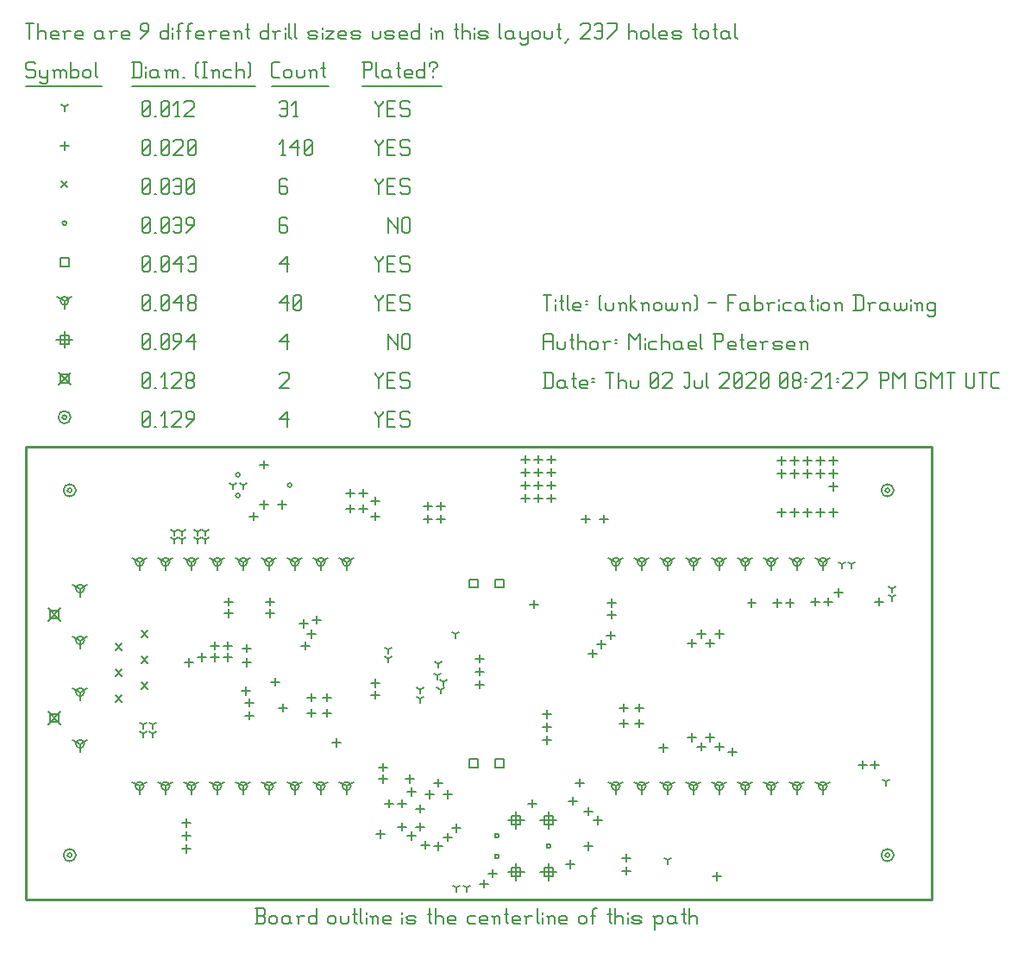
<source format=gbr>
G04 start of page 13 for group -3984 idx -3984 *
G04 Title: (unknown), fab *
G04 Creator: pcb 20140316 *
G04 CreationDate: Thu 02 Jul 2020 08:21:27 PM GMT UTC *
G04 For: railfan *
G04 Format: Gerber/RS-274X *
G04 PCB-Dimensions (mil): 3500.00 1750.00 *
G04 PCB-Coordinate-Origin: lower left *
%MOIN*%
%FSLAX25Y25*%
%LNFAB*%
%ADD134C,0.0100*%
%ADD133C,0.0060*%
%ADD132R,0.0080X0.0080*%
G54D132*X16200Y17000D02*G75*G03X17800Y17000I800J0D01*G01*
G75*G03X16200Y17000I-800J0D01*G01*
X14600D02*G75*G03X19400Y17000I2400J0D01*G01*
G75*G03X14600Y17000I-2400J0D01*G01*
X332200D02*G75*G03X333800Y17000I800J0D01*G01*
G75*G03X332200Y17000I-800J0D01*G01*
X330600D02*G75*G03X335400Y17000I2400J0D01*G01*
G75*G03X330600Y17000I-2400J0D01*G01*
X332200Y158000D02*G75*G03X333800Y158000I800J0D01*G01*
G75*G03X332200Y158000I-800J0D01*G01*
X330600D02*G75*G03X335400Y158000I2400J0D01*G01*
G75*G03X330600Y158000I-2400J0D01*G01*
X16200D02*G75*G03X17800Y158000I800J0D01*G01*
G75*G03X16200Y158000I-800J0D01*G01*
X14600D02*G75*G03X19400Y158000I2400J0D01*G01*
G75*G03X14600Y158000I-2400J0D01*G01*
X14200Y186250D02*G75*G03X15800Y186250I800J0D01*G01*
G75*G03X14200Y186250I-800J0D01*G01*
X12600D02*G75*G03X17400Y186250I2400J0D01*G01*
G75*G03X12600Y186250I-2400J0D01*G01*
G54D133*X135000Y188500D02*Y187750D01*
X136500Y186250D01*
X138000Y187750D01*
Y188500D02*Y187750D01*
X136500Y186250D02*Y182500D01*
X139800Y185500D02*X142050D01*
X139800Y182500D02*X142800D01*
X139800Y188500D02*Y182500D01*
Y188500D02*X142800D01*
X147600D02*X148350Y187750D01*
X145350Y188500D02*X147600D01*
X144600Y187750D02*X145350Y188500D01*
X144600Y187750D02*Y186250D01*
X145350Y185500D01*
X147600D01*
X148350Y184750D01*
Y183250D01*
X147600Y182500D02*X148350Y183250D01*
X145350Y182500D02*X147600D01*
X144600Y183250D02*X145350Y182500D01*
X98000Y185500D02*X101000Y188500D01*
X98000Y185500D02*X101750D01*
X101000Y188500D02*Y182500D01*
X45000Y183250D02*X45750Y182500D01*
X45000Y187750D02*Y183250D01*
Y187750D02*X45750Y188500D01*
X47250D01*
X48000Y187750D01*
Y183250D01*
X47250Y182500D02*X48000Y183250D01*
X45750Y182500D02*X47250D01*
X45000Y184000D02*X48000Y187000D01*
X49800Y182500D02*X50550D01*
X53100D02*X54600D01*
X53850Y188500D02*Y182500D01*
X52350Y187000D02*X53850Y188500D01*
X56400Y187750D02*X57150Y188500D01*
X59400D01*
X60150Y187750D01*
Y186250D01*
X56400Y182500D02*X60150Y186250D01*
X56400Y182500D02*X60150D01*
X61950D02*X64950Y185500D01*
Y187750D02*Y185500D01*
X64200Y188500D02*X64950Y187750D01*
X62700Y188500D02*X64200D01*
X61950Y187750D02*X62700Y188500D01*
X61950Y187750D02*Y186250D01*
X62700Y185500D01*
X64950D01*
X8600Y112400D02*X13400Y107600D01*
X8600D02*X13400Y112400D01*
X9400Y111600D02*X12600D01*
X9400D02*Y108400D01*
X12600D01*
Y111600D02*Y108400D01*
X8600Y72400D02*X13400Y67600D01*
X8600D02*X13400Y72400D01*
X9400Y71600D02*X12600D01*
X9400D02*Y68400D01*
X12600D01*
Y71600D02*Y68400D01*
Y203650D02*X17400Y198850D01*
X12600D02*X17400Y203650D01*
X13400Y202850D02*X16600D01*
X13400D02*Y199650D01*
X16600D01*
Y202850D02*Y199650D01*
X135000Y203500D02*Y202750D01*
X136500Y201250D01*
X138000Y202750D01*
Y203500D02*Y202750D01*
X136500Y201250D02*Y197500D01*
X139800Y200500D02*X142050D01*
X139800Y197500D02*X142800D01*
X139800Y203500D02*Y197500D01*
Y203500D02*X142800D01*
X147600D02*X148350Y202750D01*
X145350Y203500D02*X147600D01*
X144600Y202750D02*X145350Y203500D01*
X144600Y202750D02*Y201250D01*
X145350Y200500D01*
X147600D01*
X148350Y199750D01*
Y198250D01*
X147600Y197500D02*X148350Y198250D01*
X145350Y197500D02*X147600D01*
X144600Y198250D02*X145350Y197500D01*
X98000Y202750D02*X98750Y203500D01*
X101000D01*
X101750Y202750D01*
Y201250D01*
X98000Y197500D02*X101750Y201250D01*
X98000Y197500D02*X101750D01*
X45000Y198250D02*X45750Y197500D01*
X45000Y202750D02*Y198250D01*
Y202750D02*X45750Y203500D01*
X47250D01*
X48000Y202750D01*
Y198250D01*
X47250Y197500D02*X48000Y198250D01*
X45750Y197500D02*X47250D01*
X45000Y199000D02*X48000Y202000D01*
X49800Y197500D02*X50550D01*
X53100D02*X54600D01*
X53850Y203500D02*Y197500D01*
X52350Y202000D02*X53850Y203500D01*
X56400Y202750D02*X57150Y203500D01*
X59400D01*
X60150Y202750D01*
Y201250D01*
X56400Y197500D02*X60150Y201250D01*
X56400Y197500D02*X60150D01*
X61950Y198250D02*X62700Y197500D01*
X61950Y199750D02*Y198250D01*
Y199750D02*X62700Y200500D01*
X64200D01*
X64950Y199750D01*
Y198250D01*
X64200Y197500D02*X64950Y198250D01*
X62700Y197500D02*X64200D01*
X61950Y201250D02*X62700Y200500D01*
X61950Y202750D02*Y201250D01*
Y202750D02*X62700Y203500D01*
X64200D01*
X64950Y202750D01*
Y201250D01*
X64200Y200500D02*X64950Y201250D01*
X202000Y13700D02*Y7300D01*
X198800Y10500D02*X205200D01*
X200400Y12100D02*X203600D01*
X200400D02*Y8900D01*
X203600D01*
Y12100D02*Y8900D01*
X189500Y13700D02*Y7300D01*
X186300Y10500D02*X192700D01*
X187900Y12100D02*X191100D01*
X187900D02*Y8900D01*
X191100D01*
Y12100D02*Y8900D01*
X189500Y33700D02*Y27300D01*
X186300Y30500D02*X192700D01*
X187900Y32100D02*X191100D01*
X187900D02*Y28900D01*
X191100D01*
Y32100D02*Y28900D01*
X202000Y33700D02*Y27300D01*
X198800Y30500D02*X205200D01*
X200400Y32100D02*X203600D01*
X200400D02*Y28900D01*
X203600D01*
Y32100D02*Y28900D01*
X15000Y219450D02*Y213050D01*
X11800Y216250D02*X18200D01*
X13400Y217850D02*X16600D01*
X13400D02*Y214650D01*
X16600D01*
Y217850D02*Y214650D01*
X140000Y218500D02*Y212500D01*
Y218500D02*Y217750D01*
X143750Y214000D01*
Y218500D02*Y212500D01*
X145550Y217750D02*Y213250D01*
Y217750D02*X146300Y218500D01*
X147800D01*
X148550Y217750D01*
Y213250D01*
X147800Y212500D02*X148550Y213250D01*
X146300Y212500D02*X147800D01*
X145550Y213250D02*X146300Y212500D01*
X98000Y215500D02*X101000Y218500D01*
X98000Y215500D02*X101750D01*
X101000Y218500D02*Y212500D01*
X45000Y213250D02*X45750Y212500D01*
X45000Y217750D02*Y213250D01*
Y217750D02*X45750Y218500D01*
X47250D01*
X48000Y217750D01*
Y213250D01*
X47250Y212500D02*X48000Y213250D01*
X45750Y212500D02*X47250D01*
X45000Y214000D02*X48000Y217000D01*
X49800Y212500D02*X50550D01*
X52350Y213250D02*X53100Y212500D01*
X52350Y217750D02*Y213250D01*
Y217750D02*X53100Y218500D01*
X54600D01*
X55350Y217750D01*
Y213250D01*
X54600Y212500D02*X55350Y213250D01*
X53100Y212500D02*X54600D01*
X52350Y214000D02*X55350Y217000D01*
X57150Y212500D02*X60150Y215500D01*
Y217750D02*Y215500D01*
X59400Y218500D02*X60150Y217750D01*
X57900Y218500D02*X59400D01*
X57150Y217750D02*X57900Y218500D01*
X57150Y217750D02*Y216250D01*
X57900Y215500D01*
X60150D01*
X61950D02*X64950Y218500D01*
X61950Y215500D02*X65700D01*
X64950Y218500D02*Y212500D01*
X21000Y80000D02*Y76800D01*
Y80000D02*X23773Y81600D01*
X21000Y80000D02*X18227Y81600D01*
X19400Y80000D02*G75*G03X22600Y80000I1600J0D01*G01*
G75*G03X19400Y80000I-1600J0D01*G01*
X21000Y60000D02*Y56800D01*
Y60000D02*X23773Y61600D01*
X21000Y60000D02*X18227Y61600D01*
X19400Y60000D02*G75*G03X22600Y60000I1600J0D01*G01*
G75*G03X19400Y60000I-1600J0D01*G01*
X124000Y43700D02*Y40500D01*
Y43700D02*X126773Y45300D01*
X124000Y43700D02*X121227Y45300D01*
X122400Y43700D02*G75*G03X125600Y43700I1600J0D01*G01*
G75*G03X122400Y43700I-1600J0D01*G01*
X114000D02*Y40500D01*
Y43700D02*X116773Y45300D01*
X114000Y43700D02*X111227Y45300D01*
X112400Y43700D02*G75*G03X115600Y43700I1600J0D01*G01*
G75*G03X112400Y43700I-1600J0D01*G01*
X104000D02*Y40500D01*
Y43700D02*X106773Y45300D01*
X104000Y43700D02*X101227Y45300D01*
X102400Y43700D02*G75*G03X105600Y43700I1600J0D01*G01*
G75*G03X102400Y43700I-1600J0D01*G01*
X94000D02*Y40500D01*
Y43700D02*X96773Y45300D01*
X94000Y43700D02*X91227Y45300D01*
X92400Y43700D02*G75*G03X95600Y43700I1600J0D01*G01*
G75*G03X92400Y43700I-1600J0D01*G01*
X84000D02*Y40500D01*
Y43700D02*X86773Y45300D01*
X84000Y43700D02*X81227Y45300D01*
X82400Y43700D02*G75*G03X85600Y43700I1600J0D01*G01*
G75*G03X82400Y43700I-1600J0D01*G01*
X74000D02*Y40500D01*
Y43700D02*X76773Y45300D01*
X74000Y43700D02*X71227Y45300D01*
X72400Y43700D02*G75*G03X75600Y43700I1600J0D01*G01*
G75*G03X72400Y43700I-1600J0D01*G01*
X64000D02*Y40500D01*
Y43700D02*X66773Y45300D01*
X64000Y43700D02*X61227Y45300D01*
X62400Y43700D02*G75*G03X65600Y43700I1600J0D01*G01*
G75*G03X62400Y43700I-1600J0D01*G01*
X54000D02*Y40500D01*
Y43700D02*X56773Y45300D01*
X54000Y43700D02*X51227Y45300D01*
X52400Y43700D02*G75*G03X55600Y43700I1600J0D01*G01*
G75*G03X52400Y43700I-1600J0D01*G01*
X44000D02*Y40500D01*
Y43700D02*X46773Y45300D01*
X44000Y43700D02*X41227Y45300D01*
X42400Y43700D02*G75*G03X45600Y43700I1600J0D01*G01*
G75*G03X42400Y43700I-1600J0D01*G01*
X124000Y130300D02*Y127100D01*
Y130300D02*X126773Y131900D01*
X124000Y130300D02*X121227Y131900D01*
X122400Y130300D02*G75*G03X125600Y130300I1600J0D01*G01*
G75*G03X122400Y130300I-1600J0D01*G01*
X114000D02*Y127100D01*
Y130300D02*X116773Y131900D01*
X114000Y130300D02*X111227Y131900D01*
X112400Y130300D02*G75*G03X115600Y130300I1600J0D01*G01*
G75*G03X112400Y130300I-1600J0D01*G01*
X104000D02*Y127100D01*
Y130300D02*X106773Y131900D01*
X104000Y130300D02*X101227Y131900D01*
X102400Y130300D02*G75*G03X105600Y130300I1600J0D01*G01*
G75*G03X102400Y130300I-1600J0D01*G01*
X94000D02*Y127100D01*
Y130300D02*X96773Y131900D01*
X94000Y130300D02*X91227Y131900D01*
X92400Y130300D02*G75*G03X95600Y130300I1600J0D01*G01*
G75*G03X92400Y130300I-1600J0D01*G01*
X84000D02*Y127100D01*
Y130300D02*X86773Y131900D01*
X84000Y130300D02*X81227Y131900D01*
X82400Y130300D02*G75*G03X85600Y130300I1600J0D01*G01*
G75*G03X82400Y130300I-1600J0D01*G01*
X74000D02*Y127100D01*
Y130300D02*X76773Y131900D01*
X74000Y130300D02*X71227Y131900D01*
X72400Y130300D02*G75*G03X75600Y130300I1600J0D01*G01*
G75*G03X72400Y130300I-1600J0D01*G01*
X64000D02*Y127100D01*
Y130300D02*X66773Y131900D01*
X64000Y130300D02*X61227Y131900D01*
X62400Y130300D02*G75*G03X65600Y130300I1600J0D01*G01*
G75*G03X62400Y130300I-1600J0D01*G01*
X54000D02*Y127100D01*
Y130300D02*X56773Y131900D01*
X54000Y130300D02*X51227Y131900D01*
X52400Y130300D02*G75*G03X55600Y130300I1600J0D01*G01*
G75*G03X52400Y130300I-1600J0D01*G01*
X44000D02*Y127100D01*
Y130300D02*X46773Y131900D01*
X44000Y130300D02*X41227Y131900D01*
X42400Y130300D02*G75*G03X45600Y130300I1600J0D01*G01*
G75*G03X42400Y130300I-1600J0D01*G01*
X308000Y43700D02*Y40500D01*
Y43700D02*X310773Y45300D01*
X308000Y43700D02*X305227Y45300D01*
X306400Y43700D02*G75*G03X309600Y43700I1600J0D01*G01*
G75*G03X306400Y43700I-1600J0D01*G01*
X298000D02*Y40500D01*
Y43700D02*X300773Y45300D01*
X298000Y43700D02*X295227Y45300D01*
X296400Y43700D02*G75*G03X299600Y43700I1600J0D01*G01*
G75*G03X296400Y43700I-1600J0D01*G01*
X288000D02*Y40500D01*
Y43700D02*X290773Y45300D01*
X288000Y43700D02*X285227Y45300D01*
X286400Y43700D02*G75*G03X289600Y43700I1600J0D01*G01*
G75*G03X286400Y43700I-1600J0D01*G01*
X278000D02*Y40500D01*
Y43700D02*X280773Y45300D01*
X278000Y43700D02*X275227Y45300D01*
X276400Y43700D02*G75*G03X279600Y43700I1600J0D01*G01*
G75*G03X276400Y43700I-1600J0D01*G01*
X268000D02*Y40500D01*
Y43700D02*X270773Y45300D01*
X268000Y43700D02*X265227Y45300D01*
X266400Y43700D02*G75*G03X269600Y43700I1600J0D01*G01*
G75*G03X266400Y43700I-1600J0D01*G01*
X258000D02*Y40500D01*
Y43700D02*X260773Y45300D01*
X258000Y43700D02*X255227Y45300D01*
X256400Y43700D02*G75*G03X259600Y43700I1600J0D01*G01*
G75*G03X256400Y43700I-1600J0D01*G01*
X248000D02*Y40500D01*
Y43700D02*X250773Y45300D01*
X248000Y43700D02*X245227Y45300D01*
X246400Y43700D02*G75*G03X249600Y43700I1600J0D01*G01*
G75*G03X246400Y43700I-1600J0D01*G01*
X238000D02*Y40500D01*
Y43700D02*X240773Y45300D01*
X238000Y43700D02*X235227Y45300D01*
X236400Y43700D02*G75*G03X239600Y43700I1600J0D01*G01*
G75*G03X236400Y43700I-1600J0D01*G01*
X228000D02*Y40500D01*
Y43700D02*X230773Y45300D01*
X228000Y43700D02*X225227Y45300D01*
X226400Y43700D02*G75*G03X229600Y43700I1600J0D01*G01*
G75*G03X226400Y43700I-1600J0D01*G01*
X308000Y130300D02*Y127100D01*
Y130300D02*X310773Y131900D01*
X308000Y130300D02*X305227Y131900D01*
X306400Y130300D02*G75*G03X309600Y130300I1600J0D01*G01*
G75*G03X306400Y130300I-1600J0D01*G01*
X298000D02*Y127100D01*
Y130300D02*X300773Y131900D01*
X298000Y130300D02*X295227Y131900D01*
X296400Y130300D02*G75*G03X299600Y130300I1600J0D01*G01*
G75*G03X296400Y130300I-1600J0D01*G01*
X288000D02*Y127100D01*
Y130300D02*X290773Y131900D01*
X288000Y130300D02*X285227Y131900D01*
X286400Y130300D02*G75*G03X289600Y130300I1600J0D01*G01*
G75*G03X286400Y130300I-1600J0D01*G01*
X278000D02*Y127100D01*
Y130300D02*X280773Y131900D01*
X278000Y130300D02*X275227Y131900D01*
X276400Y130300D02*G75*G03X279600Y130300I1600J0D01*G01*
G75*G03X276400Y130300I-1600J0D01*G01*
X268000D02*Y127100D01*
Y130300D02*X270773Y131900D01*
X268000Y130300D02*X265227Y131900D01*
X266400Y130300D02*G75*G03X269600Y130300I1600J0D01*G01*
G75*G03X266400Y130300I-1600J0D01*G01*
X258000D02*Y127100D01*
Y130300D02*X260773Y131900D01*
X258000Y130300D02*X255227Y131900D01*
X256400Y130300D02*G75*G03X259600Y130300I1600J0D01*G01*
G75*G03X256400Y130300I-1600J0D01*G01*
X248000D02*Y127100D01*
Y130300D02*X250773Y131900D01*
X248000Y130300D02*X245227Y131900D01*
X246400Y130300D02*G75*G03X249600Y130300I1600J0D01*G01*
G75*G03X246400Y130300I-1600J0D01*G01*
X238000D02*Y127100D01*
Y130300D02*X240773Y131900D01*
X238000Y130300D02*X235227Y131900D01*
X236400Y130300D02*G75*G03X239600Y130300I1600J0D01*G01*
G75*G03X236400Y130300I-1600J0D01*G01*
X228000D02*Y127100D01*
Y130300D02*X230773Y131900D01*
X228000Y130300D02*X225227Y131900D01*
X226400Y130300D02*G75*G03X229600Y130300I1600J0D01*G01*
G75*G03X226400Y130300I-1600J0D01*G01*
X21000Y120000D02*Y116800D01*
Y120000D02*X23773Y121600D01*
X21000Y120000D02*X18227Y121600D01*
X19400Y120000D02*G75*G03X22600Y120000I1600J0D01*G01*
G75*G03X19400Y120000I-1600J0D01*G01*
X21000Y100000D02*Y96800D01*
Y100000D02*X23773Y101600D01*
X21000Y100000D02*X18227Y101600D01*
X19400Y100000D02*G75*G03X22600Y100000I1600J0D01*G01*
G75*G03X19400Y100000I-1600J0D01*G01*
X15000Y231250D02*Y228050D01*
Y231250D02*X17773Y232850D01*
X15000Y231250D02*X12227Y232850D01*
X13400Y231250D02*G75*G03X16600Y231250I1600J0D01*G01*
G75*G03X13400Y231250I-1600J0D01*G01*
X135000Y233500D02*Y232750D01*
X136500Y231250D01*
X138000Y232750D01*
Y233500D02*Y232750D01*
X136500Y231250D02*Y227500D01*
X139800Y230500D02*X142050D01*
X139800Y227500D02*X142800D01*
X139800Y233500D02*Y227500D01*
Y233500D02*X142800D01*
X147600D02*X148350Y232750D01*
X145350Y233500D02*X147600D01*
X144600Y232750D02*X145350Y233500D01*
X144600Y232750D02*Y231250D01*
X145350Y230500D01*
X147600D01*
X148350Y229750D01*
Y228250D01*
X147600Y227500D02*X148350Y228250D01*
X145350Y227500D02*X147600D01*
X144600Y228250D02*X145350Y227500D01*
X98000Y230500D02*X101000Y233500D01*
X98000Y230500D02*X101750D01*
X101000Y233500D02*Y227500D01*
X103550Y228250D02*X104300Y227500D01*
X103550Y232750D02*Y228250D01*
Y232750D02*X104300Y233500D01*
X105800D01*
X106550Y232750D01*
Y228250D01*
X105800Y227500D02*X106550Y228250D01*
X104300Y227500D02*X105800D01*
X103550Y229000D02*X106550Y232000D01*
X45000Y228250D02*X45750Y227500D01*
X45000Y232750D02*Y228250D01*
Y232750D02*X45750Y233500D01*
X47250D01*
X48000Y232750D01*
Y228250D01*
X47250Y227500D02*X48000Y228250D01*
X45750Y227500D02*X47250D01*
X45000Y229000D02*X48000Y232000D01*
X49800Y227500D02*X50550D01*
X52350Y228250D02*X53100Y227500D01*
X52350Y232750D02*Y228250D01*
Y232750D02*X53100Y233500D01*
X54600D01*
X55350Y232750D01*
Y228250D01*
X54600Y227500D02*X55350Y228250D01*
X53100Y227500D02*X54600D01*
X52350Y229000D02*X55350Y232000D01*
X57150Y230500D02*X60150Y233500D01*
X57150Y230500D02*X60900D01*
X60150Y233500D02*Y227500D01*
X62700Y228250D02*X63450Y227500D01*
X62700Y229750D02*Y228250D01*
Y229750D02*X63450Y230500D01*
X64950D01*
X65700Y229750D01*
Y228250D01*
X64950Y227500D02*X65700Y228250D01*
X63450Y227500D02*X64950D01*
X62700Y231250D02*X63450Y230500D01*
X62700Y232750D02*Y231250D01*
Y232750D02*X63450Y233500D01*
X64950D01*
X65700Y232750D01*
Y231250D01*
X64950Y230500D02*X65700Y231250D01*
X171400Y123600D02*X174600D01*
X171400D02*Y120400D01*
X174600D01*
Y123600D02*Y120400D01*
X181400Y123600D02*X184600D01*
X181400D02*Y120400D01*
X184600D01*
Y123600D02*Y120400D01*
X171400Y54100D02*X174600D01*
X171400D02*Y50900D01*
X174600D01*
Y54100D02*Y50900D01*
X181400Y54100D02*X184600D01*
X181400D02*Y50900D01*
X184600D01*
Y54100D02*Y50900D01*
X13400Y247850D02*X16600D01*
X13400D02*Y244650D01*
X16600D01*
Y247850D02*Y244650D01*
X135000Y248500D02*Y247750D01*
X136500Y246250D01*
X138000Y247750D01*
Y248500D02*Y247750D01*
X136500Y246250D02*Y242500D01*
X139800Y245500D02*X142050D01*
X139800Y242500D02*X142800D01*
X139800Y248500D02*Y242500D01*
Y248500D02*X142800D01*
X147600D02*X148350Y247750D01*
X145350Y248500D02*X147600D01*
X144600Y247750D02*X145350Y248500D01*
X144600Y247750D02*Y246250D01*
X145350Y245500D01*
X147600D01*
X148350Y244750D01*
Y243250D01*
X147600Y242500D02*X148350Y243250D01*
X145350Y242500D02*X147600D01*
X144600Y243250D02*X145350Y242500D01*
X98000Y245500D02*X101000Y248500D01*
X98000Y245500D02*X101750D01*
X101000Y248500D02*Y242500D01*
X45000Y243250D02*X45750Y242500D01*
X45000Y247750D02*Y243250D01*
Y247750D02*X45750Y248500D01*
X47250D01*
X48000Y247750D01*
Y243250D01*
X47250Y242500D02*X48000Y243250D01*
X45750Y242500D02*X47250D01*
X45000Y244000D02*X48000Y247000D01*
X49800Y242500D02*X50550D01*
X52350Y243250D02*X53100Y242500D01*
X52350Y247750D02*Y243250D01*
Y247750D02*X53100Y248500D01*
X54600D01*
X55350Y247750D01*
Y243250D01*
X54600Y242500D02*X55350Y243250D01*
X53100Y242500D02*X54600D01*
X52350Y244000D02*X55350Y247000D01*
X57150Y245500D02*X60150Y248500D01*
X57150Y245500D02*X60900D01*
X60150Y248500D02*Y242500D01*
X62700Y247750D02*X63450Y248500D01*
X64950D01*
X65700Y247750D01*
Y243250D01*
X64950Y242500D02*X65700Y243250D01*
X63450Y242500D02*X64950D01*
X62700Y243250D02*X63450Y242500D01*
Y245500D02*X65700D01*
X101200Y160000D02*G75*G03X102800Y160000I800J0D01*G01*
G75*G03X101200Y160000I-800J0D01*G01*
X81200Y156000D02*G75*G03X82800Y156000I800J0D01*G01*
G75*G03X81200Y156000I-800J0D01*G01*
Y164000D02*G75*G03X82800Y164000I800J0D01*G01*
G75*G03X81200Y164000I-800J0D01*G01*
X201200Y20500D02*G75*G03X202800Y20500I800J0D01*G01*
G75*G03X201200Y20500I-800J0D01*G01*
X181200Y16500D02*G75*G03X182800Y16500I800J0D01*G01*
G75*G03X181200Y16500I-800J0D01*G01*
Y24500D02*G75*G03X182800Y24500I800J0D01*G01*
G75*G03X181200Y24500I-800J0D01*G01*
X14200Y261250D02*G75*G03X15800Y261250I800J0D01*G01*
G75*G03X14200Y261250I-800J0D01*G01*
X140000Y263500D02*Y257500D01*
Y263500D02*Y262750D01*
X143750Y259000D01*
Y263500D02*Y257500D01*
X145550Y262750D02*Y258250D01*
Y262750D02*X146300Y263500D01*
X147800D01*
X148550Y262750D01*
Y258250D01*
X147800Y257500D02*X148550Y258250D01*
X146300Y257500D02*X147800D01*
X145550Y258250D02*X146300Y257500D01*
X100250Y263500D02*X101000Y262750D01*
X98750Y263500D02*X100250D01*
X98000Y262750D02*X98750Y263500D01*
X98000Y262750D02*Y258250D01*
X98750Y257500D01*
X100250Y260500D02*X101000Y259750D01*
X98000Y260500D02*X100250D01*
X98750Y257500D02*X100250D01*
X101000Y258250D01*
Y259750D02*Y258250D01*
X45000D02*X45750Y257500D01*
X45000Y262750D02*Y258250D01*
Y262750D02*X45750Y263500D01*
X47250D01*
X48000Y262750D01*
Y258250D01*
X47250Y257500D02*X48000Y258250D01*
X45750Y257500D02*X47250D01*
X45000Y259000D02*X48000Y262000D01*
X49800Y257500D02*X50550D01*
X52350Y258250D02*X53100Y257500D01*
X52350Y262750D02*Y258250D01*
Y262750D02*X53100Y263500D01*
X54600D01*
X55350Y262750D01*
Y258250D01*
X54600Y257500D02*X55350Y258250D01*
X53100Y257500D02*X54600D01*
X52350Y259000D02*X55350Y262000D01*
X57150Y262750D02*X57900Y263500D01*
X59400D01*
X60150Y262750D01*
Y258250D01*
X59400Y257500D02*X60150Y258250D01*
X57900Y257500D02*X59400D01*
X57150Y258250D02*X57900Y257500D01*
Y260500D02*X60150D01*
X61950Y257500D02*X64950Y260500D01*
Y262750D02*Y260500D01*
X64200Y263500D02*X64950Y262750D01*
X62700Y263500D02*X64200D01*
X61950Y262750D02*X62700Y263500D01*
X61950Y262750D02*Y261250D01*
X62700Y260500D01*
X64950D01*
X44800Y103700D02*X47200Y101300D01*
X44800D02*X47200Y103700D01*
X34800Y98700D02*X37200Y96300D01*
X34800D02*X37200Y98700D01*
X44800Y93700D02*X47200Y91300D01*
X44800D02*X47200Y93700D01*
X34800Y88700D02*X37200Y86300D01*
X34800D02*X37200Y88700D01*
X44800Y83700D02*X47200Y81300D01*
X44800D02*X47200Y83700D01*
X34800Y78700D02*X37200Y76300D01*
X34800D02*X37200Y78700D01*
X13800Y277450D02*X16200Y275050D01*
X13800D02*X16200Y277450D01*
X135000Y278500D02*Y277750D01*
X136500Y276250D01*
X138000Y277750D01*
Y278500D02*Y277750D01*
X136500Y276250D02*Y272500D01*
X139800Y275500D02*X142050D01*
X139800Y272500D02*X142800D01*
X139800Y278500D02*Y272500D01*
Y278500D02*X142800D01*
X147600D02*X148350Y277750D01*
X145350Y278500D02*X147600D01*
X144600Y277750D02*X145350Y278500D01*
X144600Y277750D02*Y276250D01*
X145350Y275500D01*
X147600D01*
X148350Y274750D01*
Y273250D01*
X147600Y272500D02*X148350Y273250D01*
X145350Y272500D02*X147600D01*
X144600Y273250D02*X145350Y272500D01*
X100250Y278500D02*X101000Y277750D01*
X98750Y278500D02*X100250D01*
X98000Y277750D02*X98750Y278500D01*
X98000Y277750D02*Y273250D01*
X98750Y272500D01*
X100250Y275500D02*X101000Y274750D01*
X98000Y275500D02*X100250D01*
X98750Y272500D02*X100250D01*
X101000Y273250D01*
Y274750D02*Y273250D01*
X45000D02*X45750Y272500D01*
X45000Y277750D02*Y273250D01*
Y277750D02*X45750Y278500D01*
X47250D01*
X48000Y277750D01*
Y273250D01*
X47250Y272500D02*X48000Y273250D01*
X45750Y272500D02*X47250D01*
X45000Y274000D02*X48000Y277000D01*
X49800Y272500D02*X50550D01*
X52350Y273250D02*X53100Y272500D01*
X52350Y277750D02*Y273250D01*
Y277750D02*X53100Y278500D01*
X54600D01*
X55350Y277750D01*
Y273250D01*
X54600Y272500D02*X55350Y273250D01*
X53100Y272500D02*X54600D01*
X52350Y274000D02*X55350Y277000D01*
X57150Y277750D02*X57900Y278500D01*
X59400D01*
X60150Y277750D01*
Y273250D01*
X59400Y272500D02*X60150Y273250D01*
X57900Y272500D02*X59400D01*
X57150Y273250D02*X57900Y272500D01*
Y275500D02*X60150D01*
X61950Y273250D02*X62700Y272500D01*
X61950Y277750D02*Y273250D01*
Y277750D02*X62700Y278500D01*
X64200D01*
X64950Y277750D01*
Y273250D01*
X64200Y272500D02*X64950Y273250D01*
X62700Y272500D02*X64200D01*
X61950Y274000D02*X64950Y277000D01*
X120000Y62100D02*Y58900D01*
X118400Y60500D02*X121600D01*
X137000Y26700D02*Y23500D01*
X135400Y25100D02*X138600D01*
X152500Y29600D02*Y26400D01*
X150900Y28000D02*X154100D01*
X152500Y36600D02*Y33400D01*
X150900Y35000D02*X154100D01*
X92000Y169600D02*Y166400D01*
X90400Y168000D02*X93600D01*
X201500Y73100D02*Y69900D01*
X199900Y71500D02*X203100D01*
X110500Y73600D02*Y70400D01*
X108900Y72000D02*X112100D01*
X110500Y79600D02*Y76400D01*
X108900Y78000D02*X112100D01*
X116500Y79600D02*Y76400D01*
X114900Y78000D02*X118100D01*
X116500Y73600D02*Y70400D01*
X114900Y72000D02*X118100D01*
X130500Y158600D02*Y155400D01*
X128900Y157000D02*X132100D01*
X130500Y152600D02*Y149400D01*
X128900Y151000D02*X132100D01*
X99500Y75600D02*Y72400D01*
X97900Y74000D02*X101100D01*
X96500Y85600D02*Y82400D01*
X94900Y84000D02*X98100D01*
X201500Y68100D02*Y64900D01*
X199900Y66500D02*X203100D01*
X201500Y63100D02*Y59900D01*
X199900Y61500D02*X203100D01*
X231000Y69600D02*Y66400D01*
X229400Y68000D02*X232600D01*
X231000Y75600D02*Y72400D01*
X229400Y74000D02*X232600D01*
X237000Y75600D02*Y72400D01*
X235400Y74000D02*X238600D01*
X237000Y69600D02*Y66400D01*
X235400Y68000D02*X238600D01*
X280512Y116100D02*Y112900D01*
X278912Y114500D02*X282112D01*
X290354Y116100D02*Y112900D01*
X288754Y114500D02*X291954D01*
X273000Y58600D02*Y55400D01*
X271400Y57000D02*X274600D01*
X295276Y116100D02*Y112900D01*
X293676Y114500D02*X296876D01*
X305118Y116600D02*Y113400D01*
X303518Y115000D02*X306718D01*
X310000Y116600D02*Y113400D01*
X308400Y115000D02*X311600D01*
X314000Y120100D02*Y116900D01*
X312400Y118500D02*X315600D01*
X268000Y104100D02*Y100900D01*
X266400Y102500D02*X269600D01*
X264500Y100600D02*Y97400D01*
X262900Y99000D02*X266100D01*
X261000Y104100D02*Y100900D01*
X259400Y102500D02*X262600D01*
X257500Y100600D02*Y97400D01*
X255900Y99000D02*X259100D01*
X257500Y64100D02*Y60900D01*
X255900Y62500D02*X259100D01*
X261000Y60600D02*Y57400D01*
X259400Y59000D02*X262600D01*
X264500Y64100D02*Y60900D01*
X262900Y62500D02*X266100D01*
X268000Y60600D02*Y57400D01*
X266400Y59000D02*X269600D01*
X246500Y60100D02*Y56900D01*
X244900Y58500D02*X248100D01*
X221000Y32100D02*Y28900D01*
X219400Y30500D02*X222600D01*
X217500Y22100D02*Y18900D01*
X215900Y20500D02*X219100D01*
X210500Y15100D02*Y11900D01*
X208900Y13500D02*X212100D01*
X180500Y11600D02*Y8400D01*
X178900Y10000D02*X182100D01*
X163000Y42100D02*Y38900D01*
X161400Y40500D02*X164600D01*
X159500Y46600D02*Y43400D01*
X157900Y45000D02*X161100D01*
X214000Y46600D02*Y43400D01*
X212400Y45000D02*X215600D01*
X217500Y35600D02*Y32400D01*
X215900Y34000D02*X219100D01*
X195750Y38600D02*Y35400D01*
X194150Y37000D02*X197350D01*
X211500Y39600D02*Y36400D01*
X209900Y38000D02*X213100D01*
X156000Y42100D02*Y38900D01*
X154400Y40500D02*X157600D01*
X329724Y116600D02*Y113400D01*
X328124Y115000D02*X331324D01*
X155500Y153600D02*Y150400D01*
X153900Y152000D02*X157100D01*
X155500Y148600D02*Y145400D01*
X153900Y147000D02*X157100D01*
X160500Y153600D02*Y150400D01*
X158900Y152000D02*X162100D01*
X160500Y148600D02*Y145400D01*
X158900Y147000D02*X162100D01*
X135000Y85100D02*Y81900D01*
X133400Y83500D02*X136600D01*
X135000Y80600D02*Y77400D01*
X133400Y79000D02*X136600D01*
X216500Y148600D02*Y145400D01*
X214900Y147000D02*X218100D01*
X223500Y148600D02*Y145400D01*
X221900Y147000D02*X225100D01*
X193000Y171600D02*Y168400D01*
X191400Y170000D02*X194600D01*
X193000Y166600D02*Y163400D01*
X191400Y165000D02*X194600D01*
X193000Y161600D02*Y158400D01*
X191400Y160000D02*X194600D01*
X193000Y156600D02*Y153400D01*
X191400Y155000D02*X194600D01*
X198000Y171600D02*Y168400D01*
X196400Y170000D02*X199600D01*
X198000Y166600D02*Y163400D01*
X196400Y165000D02*X199600D01*
X198000Y161600D02*Y158400D01*
X196400Y160000D02*X199600D01*
X198000Y156600D02*Y153400D01*
X196400Y155000D02*X199600D01*
X203000Y171600D02*Y168400D01*
X201400Y170000D02*X204600D01*
X203000Y166600D02*Y163400D01*
X201400Y165000D02*X204600D01*
X203000Y161600D02*Y158400D01*
X201400Y160000D02*X204600D01*
X203000Y156600D02*Y153400D01*
X201400Y155000D02*X204600D01*
X149000Y26100D02*Y22900D01*
X147400Y24500D02*X150600D01*
X166500Y29100D02*Y25900D01*
X164900Y27500D02*X168100D01*
X163000Y25600D02*Y22400D01*
X161400Y24000D02*X164600D01*
X159500Y22100D02*Y18900D01*
X157900Y20500D02*X161100D01*
X154500Y22600D02*Y19400D01*
X152900Y21000D02*X156100D01*
X149000Y43100D02*Y39900D01*
X147400Y41500D02*X150600D01*
X148500Y48100D02*Y44900D01*
X146900Y46500D02*X150100D01*
X222500Y100100D02*Y96900D01*
X220900Y98500D02*X224100D01*
X226000Y103600D02*Y100400D01*
X224400Y102000D02*X227600D01*
X219000Y96600D02*Y93400D01*
X217400Y95000D02*X220600D01*
X92000Y154100D02*Y150900D01*
X90400Y152500D02*X93600D01*
X99000Y154100D02*Y150900D01*
X97400Y152500D02*X100600D01*
X88000Y149600D02*Y146400D01*
X86400Y148000D02*X89600D01*
X292000Y151100D02*Y147900D01*
X290400Y149500D02*X293600D01*
X297000Y151100D02*Y147900D01*
X295400Y149500D02*X298600D01*
X302000Y151100D02*Y147900D01*
X300400Y149500D02*X303600D01*
X307000Y151100D02*Y147900D01*
X305400Y149500D02*X308600D01*
X312000Y151100D02*Y147900D01*
X310400Y149500D02*X313600D01*
X292000Y166100D02*Y162900D01*
X290400Y164500D02*X293600D01*
X292000Y171100D02*Y167900D01*
X290400Y169500D02*X293600D01*
X297000Y166100D02*Y162900D01*
X295400Y164500D02*X298600D01*
X297000Y171100D02*Y167900D01*
X295400Y169500D02*X298600D01*
X302000Y166100D02*Y162900D01*
X300400Y164500D02*X303600D01*
X302000Y171100D02*Y167900D01*
X300400Y169500D02*X303600D01*
X307000Y166100D02*Y162900D01*
X305400Y164500D02*X308600D01*
X307000Y171100D02*Y167900D01*
X305400Y169500D02*X308600D01*
X312000Y161100D02*Y157900D01*
X310400Y159500D02*X313600D01*
X312000Y166100D02*Y162900D01*
X310400Y164500D02*X313600D01*
X312000Y171100D02*Y167900D01*
X310400Y169500D02*X313600D01*
X112500Y109600D02*Y106400D01*
X110900Y108000D02*X114100D01*
X110500Y104100D02*Y100900D01*
X108900Y102500D02*X112100D01*
X108000Y99600D02*Y96400D01*
X106400Y98000D02*X109600D01*
X78500Y116600D02*Y113400D01*
X76900Y115000D02*X80100D01*
X94500Y116600D02*Y113400D01*
X92900Y115000D02*X96100D01*
X94500Y112100D02*Y108900D01*
X92900Y110500D02*X96100D01*
X78500Y112100D02*Y108900D01*
X76900Y110500D02*X80100D01*
X107500Y108100D02*Y104900D01*
X105900Y106500D02*X109100D01*
X135000Y155600D02*Y152400D01*
X133400Y154000D02*X136600D01*
X135000Y149600D02*Y146400D01*
X133400Y148000D02*X136600D01*
X125500Y158600D02*Y155400D01*
X123900Y157000D02*X127100D01*
X62000Y31100D02*Y27900D01*
X60400Y29500D02*X63600D01*
X62000Y26100D02*Y22900D01*
X60400Y24500D02*X63600D01*
X62000Y21100D02*Y17900D01*
X60400Y19500D02*X63600D01*
X267000Y10376D02*Y7176D01*
X265400Y8776D02*X268600D01*
X177000Y7600D02*Y4400D01*
X175400Y6000D02*X178600D01*
X145500Y38600D02*Y35400D01*
X143900Y37000D02*X147100D01*
X145500Y29600D02*Y26400D01*
X143900Y28000D02*X147100D01*
X175500Y84600D02*Y81400D01*
X173900Y83000D02*X177100D01*
X175500Y94600D02*Y91400D01*
X173900Y93000D02*X177100D01*
X175500Y89600D02*Y86400D01*
X173900Y88000D02*X177100D01*
X138000Y52600D02*Y49400D01*
X136400Y51000D02*X139600D01*
X138000Y48100D02*Y44900D01*
X136400Y46500D02*X139600D01*
X140500Y38600D02*Y35400D01*
X138900Y37000D02*X142100D01*
X226500Y116100D02*Y112900D01*
X224900Y114500D02*X228100D01*
X226500Y111600D02*Y108400D01*
X224900Y110000D02*X228100D01*
X125500Y152600D02*Y149400D01*
X123900Y151000D02*X127100D01*
X196500Y115600D02*Y112400D01*
X194900Y114000D02*X198100D01*
X232000Y12600D02*Y9400D01*
X230400Y11000D02*X233600D01*
X232000Y17600D02*Y14400D01*
X230400Y16000D02*X233600D01*
X328000Y53600D02*Y50400D01*
X326400Y52000D02*X329600D01*
X323500Y53600D02*Y50400D01*
X321900Y52000D02*X325100D01*
X86500Y77600D02*Y74400D01*
X84900Y76000D02*X88100D01*
X86500Y72600D02*Y69400D01*
X84900Y71000D02*X88100D01*
X85000Y82100D02*Y78900D01*
X83400Y80500D02*X86600D01*
X85500Y93100D02*Y89900D01*
X83900Y91500D02*X87100D01*
X85500Y98600D02*Y95400D01*
X83900Y97000D02*X87100D01*
X63000Y93100D02*Y89900D01*
X61400Y91500D02*X64600D01*
X68000Y95100D02*Y91900D01*
X66400Y93500D02*X69600D01*
X73000Y95100D02*Y91900D01*
X71400Y93500D02*X74600D01*
X78000Y95100D02*Y91900D01*
X76400Y93500D02*X79600D01*
X78000Y99600D02*Y96400D01*
X76400Y98000D02*X79600D01*
X73000Y99600D02*Y96400D01*
X71400Y98000D02*X74600D01*
X15000Y292850D02*Y289650D01*
X13400Y291250D02*X16600D01*
X135000Y293500D02*Y292750D01*
X136500Y291250D01*
X138000Y292750D01*
Y293500D02*Y292750D01*
X136500Y291250D02*Y287500D01*
X139800Y290500D02*X142050D01*
X139800Y287500D02*X142800D01*
X139800Y293500D02*Y287500D01*
Y293500D02*X142800D01*
X147600D02*X148350Y292750D01*
X145350Y293500D02*X147600D01*
X144600Y292750D02*X145350Y293500D01*
X144600Y292750D02*Y291250D01*
X145350Y290500D01*
X147600D01*
X148350Y289750D01*
Y288250D01*
X147600Y287500D02*X148350Y288250D01*
X145350Y287500D02*X147600D01*
X144600Y288250D02*X145350Y287500D01*
X98750D02*X100250D01*
X99500Y293500D02*Y287500D01*
X98000Y292000D02*X99500Y293500D01*
X102050Y290500D02*X105050Y293500D01*
X102050Y290500D02*X105800D01*
X105050Y293500D02*Y287500D01*
X107600Y288250D02*X108350Y287500D01*
X107600Y292750D02*Y288250D01*
Y292750D02*X108350Y293500D01*
X109850D01*
X110600Y292750D01*
Y288250D01*
X109850Y287500D02*X110600Y288250D01*
X108350Y287500D02*X109850D01*
X107600Y289000D02*X110600Y292000D01*
X45000Y288250D02*X45750Y287500D01*
X45000Y292750D02*Y288250D01*
Y292750D02*X45750Y293500D01*
X47250D01*
X48000Y292750D01*
Y288250D01*
X47250Y287500D02*X48000Y288250D01*
X45750Y287500D02*X47250D01*
X45000Y289000D02*X48000Y292000D01*
X49800Y287500D02*X50550D01*
X52350Y288250D02*X53100Y287500D01*
X52350Y292750D02*Y288250D01*
Y292750D02*X53100Y293500D01*
X54600D01*
X55350Y292750D01*
Y288250D01*
X54600Y287500D02*X55350Y288250D01*
X53100Y287500D02*X54600D01*
X52350Y289000D02*X55350Y292000D01*
X57150Y292750D02*X57900Y293500D01*
X60150D01*
X60900Y292750D01*
Y291250D01*
X57150Y287500D02*X60900Y291250D01*
X57150Y287500D02*X60900D01*
X62700Y288250D02*X63450Y287500D01*
X62700Y292750D02*Y288250D01*
Y292750D02*X63450Y293500D01*
X64950D01*
X65700Y292750D01*
Y288250D01*
X64950Y287500D02*X65700Y288250D01*
X63450Y287500D02*X64950D01*
X62700Y289000D02*X65700Y292000D01*
X160276Y81000D02*Y79400D01*
Y81000D02*X161663Y81800D01*
X160276Y81000D02*X158889Y81800D01*
X161500Y84000D02*Y82400D01*
Y84000D02*X162887Y84800D01*
X161500Y84000D02*X160113Y84800D01*
X159000Y86500D02*Y84900D01*
Y86500D02*X160387Y87300D01*
X159000Y86500D02*X157613Y87300D01*
X166000Y102500D02*Y100900D01*
Y102500D02*X167387Y103300D01*
X166000Y102500D02*X164613Y103300D01*
X159500Y91000D02*Y89400D01*
Y91000D02*X160887Y91800D01*
X159500Y91000D02*X158113Y91800D01*
X152500Y81000D02*Y79400D01*
Y81000D02*X153887Y81800D01*
X152500Y81000D02*X151113Y81800D01*
X152500Y77500D02*Y75900D01*
Y77500D02*X153887Y78300D01*
X152500Y77500D02*X151113Y78300D01*
X140000Y93000D02*Y91400D01*
Y93000D02*X141387Y93800D01*
X140000Y93000D02*X138613Y93800D01*
X140000Y96500D02*Y94900D01*
Y96500D02*X141387Y97300D01*
X140000Y96500D02*X138613Y97300D01*
X248000Y15075D02*Y13475D01*
Y15075D02*X249387Y15875D01*
X248000Y15075D02*X246613Y15875D01*
X315500Y129500D02*Y127900D01*
Y129500D02*X316887Y130300D01*
X315500Y129500D02*X314113Y130300D01*
X319000Y129500D02*Y127900D01*
Y129500D02*X320387Y130300D01*
X319000Y129500D02*X317613Y130300D01*
X334646Y120000D02*Y118400D01*
Y120000D02*X336033Y120800D01*
X334646Y120000D02*X333259Y120800D01*
X334646Y116854D02*Y115254D01*
Y116854D02*X336033Y117654D01*
X334646Y116854D02*X333259Y117654D01*
X332500Y45500D02*Y43900D01*
Y45500D02*X333887Y46300D01*
X332500Y45500D02*X331113Y46300D01*
X84000Y160000D02*Y158400D01*
Y160000D02*X85387Y160800D01*
X84000Y160000D02*X82613Y160800D01*
X80000Y160000D02*Y158400D01*
Y160000D02*X81387Y160800D01*
X80000Y160000D02*X78613Y160800D01*
X170500Y4500D02*Y2900D01*
Y4500D02*X171887Y5300D01*
X170500Y4500D02*X169113Y5300D01*
X166500Y4500D02*Y2900D01*
Y4500D02*X167887Y5300D01*
X166500Y4500D02*X165113Y5300D01*
X49000Y67500D02*Y65900D01*
Y67500D02*X50387Y68300D01*
X49000Y67500D02*X47613Y68300D01*
X49000Y64000D02*Y62400D01*
Y64000D02*X50387Y64800D01*
X49000Y64000D02*X47613Y64800D01*
X45500Y67500D02*Y65900D01*
Y67500D02*X46887Y68300D01*
X45500Y67500D02*X44113Y68300D01*
X45500Y64000D02*Y62400D01*
Y64000D02*X46887Y64800D01*
X45500Y64000D02*X44113Y64800D01*
X60500Y142000D02*Y140400D01*
Y142000D02*X61887Y142800D01*
X60500Y142000D02*X59113Y142800D01*
X60500Y139000D02*Y137400D01*
Y139000D02*X61887Y139800D01*
X60500Y139000D02*X59113Y139800D01*
X57500Y142000D02*Y140400D01*
Y142000D02*X58887Y142800D01*
X57500Y142000D02*X56113Y142800D01*
X57500Y139000D02*Y137400D01*
Y139000D02*X58887Y139800D01*
X57500Y139000D02*X56113Y139800D01*
X66500Y142000D02*Y140400D01*
Y142000D02*X67887Y142800D01*
X66500Y142000D02*X65113Y142800D01*
X66500Y139000D02*Y137400D01*
Y139000D02*X67887Y139800D01*
X66500Y139000D02*X65113Y139800D01*
X69500Y142000D02*Y140400D01*
Y142000D02*X70887Y142800D01*
X69500Y142000D02*X68113Y142800D01*
X69500Y139000D02*Y137400D01*
Y139000D02*X70887Y139800D01*
X69500Y139000D02*X68113Y139800D01*
X15000Y306250D02*Y304650D01*
Y306250D02*X16387Y307050D01*
X15000Y306250D02*X13613Y307050D01*
X135000Y308500D02*Y307750D01*
X136500Y306250D01*
X138000Y307750D01*
Y308500D02*Y307750D01*
X136500Y306250D02*Y302500D01*
X139800Y305500D02*X142050D01*
X139800Y302500D02*X142800D01*
X139800Y308500D02*Y302500D01*
Y308500D02*X142800D01*
X147600D02*X148350Y307750D01*
X145350Y308500D02*X147600D01*
X144600Y307750D02*X145350Y308500D01*
X144600Y307750D02*Y306250D01*
X145350Y305500D01*
X147600D01*
X148350Y304750D01*
Y303250D01*
X147600Y302500D02*X148350Y303250D01*
X145350Y302500D02*X147600D01*
X144600Y303250D02*X145350Y302500D01*
X98000Y307750D02*X98750Y308500D01*
X100250D01*
X101000Y307750D01*
Y303250D01*
X100250Y302500D02*X101000Y303250D01*
X98750Y302500D02*X100250D01*
X98000Y303250D02*X98750Y302500D01*
Y305500D02*X101000D01*
X103550Y302500D02*X105050D01*
X104300Y308500D02*Y302500D01*
X102800Y307000D02*X104300Y308500D01*
X45000Y303250D02*X45750Y302500D01*
X45000Y307750D02*Y303250D01*
Y307750D02*X45750Y308500D01*
X47250D01*
X48000Y307750D01*
Y303250D01*
X47250Y302500D02*X48000Y303250D01*
X45750Y302500D02*X47250D01*
X45000Y304000D02*X48000Y307000D01*
X49800Y302500D02*X50550D01*
X52350Y303250D02*X53100Y302500D01*
X52350Y307750D02*Y303250D01*
Y307750D02*X53100Y308500D01*
X54600D01*
X55350Y307750D01*
Y303250D01*
X54600Y302500D02*X55350Y303250D01*
X53100Y302500D02*X54600D01*
X52350Y304000D02*X55350Y307000D01*
X57900Y302500D02*X59400D01*
X58650Y308500D02*Y302500D01*
X57150Y307000D02*X58650Y308500D01*
X61200Y307750D02*X61950Y308500D01*
X64200D01*
X64950Y307750D01*
Y306250D01*
X61200Y302500D02*X64950Y306250D01*
X61200Y302500D02*X64950D01*
X3000Y323500D02*X3750Y322750D01*
X750Y323500D02*X3000D01*
X0Y322750D02*X750Y323500D01*
X0Y322750D02*Y321250D01*
X750Y320500D01*
X3000D01*
X3750Y319750D01*
Y318250D01*
X3000Y317500D02*X3750Y318250D01*
X750Y317500D02*X3000D01*
X0Y318250D02*X750Y317500D01*
X5550Y320500D02*Y318250D01*
X6300Y317500D01*
X8550Y320500D02*Y316000D01*
X7800Y315250D02*X8550Y316000D01*
X6300Y315250D02*X7800D01*
X5550Y316000D02*X6300Y315250D01*
Y317500D02*X7800D01*
X8550Y318250D01*
X11100Y319750D02*Y317500D01*
Y319750D02*X11850Y320500D01*
X12600D01*
X13350Y319750D01*
Y317500D01*
Y319750D02*X14100Y320500D01*
X14850D01*
X15600Y319750D01*
Y317500D01*
X10350Y320500D02*X11100Y319750D01*
X17400Y323500D02*Y317500D01*
Y318250D02*X18150Y317500D01*
X19650D01*
X20400Y318250D01*
Y319750D02*Y318250D01*
X19650Y320500D02*X20400Y319750D01*
X18150Y320500D02*X19650D01*
X17400Y319750D02*X18150Y320500D01*
X22200Y319750D02*Y318250D01*
Y319750D02*X22950Y320500D01*
X24450D01*
X25200Y319750D01*
Y318250D01*
X24450Y317500D02*X25200Y318250D01*
X22950Y317500D02*X24450D01*
X22200Y318250D02*X22950Y317500D01*
X27000Y323500D02*Y318250D01*
X27750Y317500D01*
X0Y314250D02*X29250D01*
X41750Y323500D02*Y317500D01*
X44000Y323500D02*X44750Y322750D01*
Y318250D01*
X44000Y317500D02*X44750Y318250D01*
X41000Y317500D02*X44000D01*
X41000Y323500D02*X44000D01*
X46550Y322000D02*Y321250D01*
Y319750D02*Y317500D01*
X50300Y320500D02*X51050Y319750D01*
X48800Y320500D02*X50300D01*
X48050Y319750D02*X48800Y320500D01*
X48050Y319750D02*Y318250D01*
X48800Y317500D01*
X51050Y320500D02*Y318250D01*
X51800Y317500D01*
X48800D02*X50300D01*
X51050Y318250D01*
X54350Y319750D02*Y317500D01*
Y319750D02*X55100Y320500D01*
X55850D01*
X56600Y319750D01*
Y317500D01*
Y319750D02*X57350Y320500D01*
X58100D01*
X58850Y319750D01*
Y317500D01*
X53600Y320500D02*X54350Y319750D01*
X60650Y317500D02*X61400D01*
X65900Y318250D02*X66650Y317500D01*
X65900Y322750D02*X66650Y323500D01*
X65900Y322750D02*Y318250D01*
X68450Y323500D02*X69950D01*
X69200D02*Y317500D01*
X68450D02*X69950D01*
X72500Y319750D02*Y317500D01*
Y319750D02*X73250Y320500D01*
X74000D01*
X74750Y319750D01*
Y317500D01*
X71750Y320500D02*X72500Y319750D01*
X77300Y320500D02*X79550D01*
X76550Y319750D02*X77300Y320500D01*
X76550Y319750D02*Y318250D01*
X77300Y317500D01*
X79550D01*
X81350Y323500D02*Y317500D01*
Y319750D02*X82100Y320500D01*
X83600D01*
X84350Y319750D01*
Y317500D01*
X86150Y323500D02*X86900Y322750D01*
Y318250D01*
X86150Y317500D02*X86900Y318250D01*
X41000Y314250D02*X88700D01*
X95750Y317500D02*X98000D01*
X95000Y318250D02*X95750Y317500D01*
X95000Y322750D02*Y318250D01*
Y322750D02*X95750Y323500D01*
X98000D01*
X99800Y319750D02*Y318250D01*
Y319750D02*X100550Y320500D01*
X102050D01*
X102800Y319750D01*
Y318250D01*
X102050Y317500D02*X102800Y318250D01*
X100550Y317500D02*X102050D01*
X99800Y318250D02*X100550Y317500D01*
X104600Y320500D02*Y318250D01*
X105350Y317500D01*
X106850D01*
X107600Y318250D01*
Y320500D02*Y318250D01*
X110150Y319750D02*Y317500D01*
Y319750D02*X110900Y320500D01*
X111650D01*
X112400Y319750D01*
Y317500D01*
X109400Y320500D02*X110150Y319750D01*
X114950Y323500D02*Y318250D01*
X115700Y317500D01*
X114200Y321250D02*X115700D01*
X95000Y314250D02*X117200D01*
X130750Y323500D02*Y317500D01*
X130000Y323500D02*X133000D01*
X133750Y322750D01*
Y321250D01*
X133000Y320500D02*X133750Y321250D01*
X130750Y320500D02*X133000D01*
X135550Y323500D02*Y318250D01*
X136300Y317500D01*
X140050Y320500D02*X140800Y319750D01*
X138550Y320500D02*X140050D01*
X137800Y319750D02*X138550Y320500D01*
X137800Y319750D02*Y318250D01*
X138550Y317500D01*
X140800Y320500D02*Y318250D01*
X141550Y317500D01*
X138550D02*X140050D01*
X140800Y318250D01*
X144100Y323500D02*Y318250D01*
X144850Y317500D01*
X143350Y321250D02*X144850D01*
X147100Y317500D02*X149350D01*
X146350Y318250D02*X147100Y317500D01*
X146350Y319750D02*Y318250D01*
Y319750D02*X147100Y320500D01*
X148600D01*
X149350Y319750D01*
X146350Y319000D02*X149350D01*
Y319750D02*Y319000D01*
X154150Y323500D02*Y317500D01*
X153400D02*X154150Y318250D01*
X151900Y317500D02*X153400D01*
X151150Y318250D02*X151900Y317500D01*
X151150Y319750D02*Y318250D01*
Y319750D02*X151900Y320500D01*
X153400D01*
X154150Y319750D01*
X157450Y320500D02*Y319750D01*
Y318250D02*Y317500D01*
X155950Y322750D02*Y322000D01*
Y322750D02*X156700Y323500D01*
X158200D01*
X158950Y322750D01*
Y322000D01*
X157450Y320500D02*X158950Y322000D01*
X130000Y314250D02*X160750D01*
X0Y338500D02*X3000D01*
X1500D02*Y332500D01*
X4800Y338500D02*Y332500D01*
Y334750D02*X5550Y335500D01*
X7050D01*
X7800Y334750D01*
Y332500D01*
X10350D02*X12600D01*
X9600Y333250D02*X10350Y332500D01*
X9600Y334750D02*Y333250D01*
Y334750D02*X10350Y335500D01*
X11850D01*
X12600Y334750D01*
X9600Y334000D02*X12600D01*
Y334750D02*Y334000D01*
X15150Y334750D02*Y332500D01*
Y334750D02*X15900Y335500D01*
X17400D01*
X14400D02*X15150Y334750D01*
X19950Y332500D02*X22200D01*
X19200Y333250D02*X19950Y332500D01*
X19200Y334750D02*Y333250D01*
Y334750D02*X19950Y335500D01*
X21450D01*
X22200Y334750D01*
X19200Y334000D02*X22200D01*
Y334750D02*Y334000D01*
X28950Y335500D02*X29700Y334750D01*
X27450Y335500D02*X28950D01*
X26700Y334750D02*X27450Y335500D01*
X26700Y334750D02*Y333250D01*
X27450Y332500D01*
X29700Y335500D02*Y333250D01*
X30450Y332500D01*
X27450D02*X28950D01*
X29700Y333250D01*
X33000Y334750D02*Y332500D01*
Y334750D02*X33750Y335500D01*
X35250D01*
X32250D02*X33000Y334750D01*
X37800Y332500D02*X40050D01*
X37050Y333250D02*X37800Y332500D01*
X37050Y334750D02*Y333250D01*
Y334750D02*X37800Y335500D01*
X39300D01*
X40050Y334750D01*
X37050Y334000D02*X40050D01*
Y334750D02*Y334000D01*
X44550Y332500D02*X47550Y335500D01*
Y337750D02*Y335500D01*
X46800Y338500D02*X47550Y337750D01*
X45300Y338500D02*X46800D01*
X44550Y337750D02*X45300Y338500D01*
X44550Y337750D02*Y336250D01*
X45300Y335500D01*
X47550D01*
X55050Y338500D02*Y332500D01*
X54300D02*X55050Y333250D01*
X52800Y332500D02*X54300D01*
X52050Y333250D02*X52800Y332500D01*
X52050Y334750D02*Y333250D01*
Y334750D02*X52800Y335500D01*
X54300D01*
X55050Y334750D01*
X56850Y337000D02*Y336250D01*
Y334750D02*Y332500D01*
X59100Y337750D02*Y332500D01*
Y337750D02*X59850Y338500D01*
X60600D01*
X58350Y335500D02*X59850D01*
X62850Y337750D02*Y332500D01*
Y337750D02*X63600Y338500D01*
X64350D01*
X62100Y335500D02*X63600D01*
X66600Y332500D02*X68850D01*
X65850Y333250D02*X66600Y332500D01*
X65850Y334750D02*Y333250D01*
Y334750D02*X66600Y335500D01*
X68100D01*
X68850Y334750D01*
X65850Y334000D02*X68850D01*
Y334750D02*Y334000D01*
X71400Y334750D02*Y332500D01*
Y334750D02*X72150Y335500D01*
X73650D01*
X70650D02*X71400Y334750D01*
X76200Y332500D02*X78450D01*
X75450Y333250D02*X76200Y332500D01*
X75450Y334750D02*Y333250D01*
Y334750D02*X76200Y335500D01*
X77700D01*
X78450Y334750D01*
X75450Y334000D02*X78450D01*
Y334750D02*Y334000D01*
X81000Y334750D02*Y332500D01*
Y334750D02*X81750Y335500D01*
X82500D01*
X83250Y334750D01*
Y332500D01*
X80250Y335500D02*X81000Y334750D01*
X85800Y338500D02*Y333250D01*
X86550Y332500D01*
X85050Y336250D02*X86550D01*
X93750Y338500D02*Y332500D01*
X93000D02*X93750Y333250D01*
X91500Y332500D02*X93000D01*
X90750Y333250D02*X91500Y332500D01*
X90750Y334750D02*Y333250D01*
Y334750D02*X91500Y335500D01*
X93000D01*
X93750Y334750D01*
X96300D02*Y332500D01*
Y334750D02*X97050Y335500D01*
X98550D01*
X95550D02*X96300Y334750D01*
X100350Y337000D02*Y336250D01*
Y334750D02*Y332500D01*
X101850Y338500D02*Y333250D01*
X102600Y332500D01*
X104100Y338500D02*Y333250D01*
X104850Y332500D01*
X109800D02*X112050D01*
X112800Y333250D01*
X112050Y334000D02*X112800Y333250D01*
X109800Y334000D02*X112050D01*
X109050Y334750D02*X109800Y334000D01*
X109050Y334750D02*X109800Y335500D01*
X112050D01*
X112800Y334750D01*
X109050Y333250D02*X109800Y332500D01*
X114600Y337000D02*Y336250D01*
Y334750D02*Y332500D01*
X116100Y335500D02*X119100D01*
X116100Y332500D02*X119100Y335500D01*
X116100Y332500D02*X119100D01*
X121650D02*X123900D01*
X120900Y333250D02*X121650Y332500D01*
X120900Y334750D02*Y333250D01*
Y334750D02*X121650Y335500D01*
X123150D01*
X123900Y334750D01*
X120900Y334000D02*X123900D01*
Y334750D02*Y334000D01*
X126450Y332500D02*X128700D01*
X129450Y333250D01*
X128700Y334000D02*X129450Y333250D01*
X126450Y334000D02*X128700D01*
X125700Y334750D02*X126450Y334000D01*
X125700Y334750D02*X126450Y335500D01*
X128700D01*
X129450Y334750D01*
X125700Y333250D02*X126450Y332500D01*
X133950Y335500D02*Y333250D01*
X134700Y332500D01*
X136200D01*
X136950Y333250D01*
Y335500D02*Y333250D01*
X139500Y332500D02*X141750D01*
X142500Y333250D01*
X141750Y334000D02*X142500Y333250D01*
X139500Y334000D02*X141750D01*
X138750Y334750D02*X139500Y334000D01*
X138750Y334750D02*X139500Y335500D01*
X141750D01*
X142500Y334750D01*
X138750Y333250D02*X139500Y332500D01*
X145050D02*X147300D01*
X144300Y333250D02*X145050Y332500D01*
X144300Y334750D02*Y333250D01*
Y334750D02*X145050Y335500D01*
X146550D01*
X147300Y334750D01*
X144300Y334000D02*X147300D01*
Y334750D02*Y334000D01*
X152100Y338500D02*Y332500D01*
X151350D02*X152100Y333250D01*
X149850Y332500D02*X151350D01*
X149100Y333250D02*X149850Y332500D01*
X149100Y334750D02*Y333250D01*
Y334750D02*X149850Y335500D01*
X151350D01*
X152100Y334750D01*
X156600Y337000D02*Y336250D01*
Y334750D02*Y332500D01*
X158850Y334750D02*Y332500D01*
Y334750D02*X159600Y335500D01*
X160350D01*
X161100Y334750D01*
Y332500D01*
X158100Y335500D02*X158850Y334750D01*
X166350Y338500D02*Y333250D01*
X167100Y332500D01*
X165600Y336250D02*X167100D01*
X168600Y338500D02*Y332500D01*
Y334750D02*X169350Y335500D01*
X170850D01*
X171600Y334750D01*
Y332500D01*
X173400Y337000D02*Y336250D01*
Y334750D02*Y332500D01*
X175650D02*X177900D01*
X178650Y333250D01*
X177900Y334000D02*X178650Y333250D01*
X175650Y334000D02*X177900D01*
X174900Y334750D02*X175650Y334000D01*
X174900Y334750D02*X175650Y335500D01*
X177900D01*
X178650Y334750D01*
X174900Y333250D02*X175650Y332500D01*
X183150Y338500D02*Y333250D01*
X183900Y332500D01*
X187650Y335500D02*X188400Y334750D01*
X186150Y335500D02*X187650D01*
X185400Y334750D02*X186150Y335500D01*
X185400Y334750D02*Y333250D01*
X186150Y332500D01*
X188400Y335500D02*Y333250D01*
X189150Y332500D01*
X186150D02*X187650D01*
X188400Y333250D01*
X190950Y335500D02*Y333250D01*
X191700Y332500D01*
X193950Y335500D02*Y331000D01*
X193200Y330250D02*X193950Y331000D01*
X191700Y330250D02*X193200D01*
X190950Y331000D02*X191700Y330250D01*
Y332500D02*X193200D01*
X193950Y333250D01*
X195750Y334750D02*Y333250D01*
Y334750D02*X196500Y335500D01*
X198000D01*
X198750Y334750D01*
Y333250D01*
X198000Y332500D02*X198750Y333250D01*
X196500Y332500D02*X198000D01*
X195750Y333250D02*X196500Y332500D01*
X200550Y335500D02*Y333250D01*
X201300Y332500D01*
X202800D01*
X203550Y333250D01*
Y335500D02*Y333250D01*
X206100Y338500D02*Y333250D01*
X206850Y332500D01*
X205350Y336250D02*X206850D01*
X208350Y331000D02*X209850Y332500D01*
X214350Y337750D02*X215100Y338500D01*
X217350D01*
X218100Y337750D01*
Y336250D01*
X214350Y332500D02*X218100Y336250D01*
X214350Y332500D02*X218100D01*
X219900Y337750D02*X220650Y338500D01*
X222150D01*
X222900Y337750D01*
Y333250D01*
X222150Y332500D02*X222900Y333250D01*
X220650Y332500D02*X222150D01*
X219900Y333250D02*X220650Y332500D01*
Y335500D02*X222900D01*
X224700Y332500D02*X228450Y336250D01*
Y338500D02*Y336250D01*
X224700Y338500D02*X228450D01*
X232950D02*Y332500D01*
Y334750D02*X233700Y335500D01*
X235200D01*
X235950Y334750D01*
Y332500D01*
X237750Y334750D02*Y333250D01*
Y334750D02*X238500Y335500D01*
X240000D01*
X240750Y334750D01*
Y333250D01*
X240000Y332500D02*X240750Y333250D01*
X238500Y332500D02*X240000D01*
X237750Y333250D02*X238500Y332500D01*
X242550Y338500D02*Y333250D01*
X243300Y332500D01*
X245550D02*X247800D01*
X244800Y333250D02*X245550Y332500D01*
X244800Y334750D02*Y333250D01*
Y334750D02*X245550Y335500D01*
X247050D01*
X247800Y334750D01*
X244800Y334000D02*X247800D01*
Y334750D02*Y334000D01*
X250350Y332500D02*X252600D01*
X253350Y333250D01*
X252600Y334000D02*X253350Y333250D01*
X250350Y334000D02*X252600D01*
X249600Y334750D02*X250350Y334000D01*
X249600Y334750D02*X250350Y335500D01*
X252600D01*
X253350Y334750D01*
X249600Y333250D02*X250350Y332500D01*
X258600Y338500D02*Y333250D01*
X259350Y332500D01*
X257850Y336250D02*X259350D01*
X260850Y334750D02*Y333250D01*
Y334750D02*X261600Y335500D01*
X263100D01*
X263850Y334750D01*
Y333250D01*
X263100Y332500D02*X263850Y333250D01*
X261600Y332500D02*X263100D01*
X260850Y333250D02*X261600Y332500D01*
X266400Y338500D02*Y333250D01*
X267150Y332500D01*
X265650Y336250D02*X267150D01*
X270900Y335500D02*X271650Y334750D01*
X269400Y335500D02*X270900D01*
X268650Y334750D02*X269400Y335500D01*
X268650Y334750D02*Y333250D01*
X269400Y332500D01*
X271650Y335500D02*Y333250D01*
X272400Y332500D01*
X269400D02*X270900D01*
X271650Y333250D01*
X274200Y338500D02*Y333250D01*
X274950Y332500D01*
G54D134*X0Y0D02*X350000D01*
Y175000D01*
X0D01*
Y0D01*
G54D133*X88675Y-9500D02*X91675D01*
X92425Y-8750D01*
Y-7250D02*Y-8750D01*
X91675Y-6500D02*X92425Y-7250D01*
X89425Y-6500D02*X91675D01*
X89425Y-3500D02*Y-9500D01*
X88675Y-3500D02*X91675D01*
X92425Y-4250D01*
Y-5750D01*
X91675Y-6500D02*X92425Y-5750D01*
X94225Y-7250D02*Y-8750D01*
Y-7250D02*X94975Y-6500D01*
X96475D01*
X97225Y-7250D01*
Y-8750D01*
X96475Y-9500D02*X97225Y-8750D01*
X94975Y-9500D02*X96475D01*
X94225Y-8750D02*X94975Y-9500D01*
X101275Y-6500D02*X102025Y-7250D01*
X99775Y-6500D02*X101275D01*
X99025Y-7250D02*X99775Y-6500D01*
X99025Y-7250D02*Y-8750D01*
X99775Y-9500D01*
X102025Y-6500D02*Y-8750D01*
X102775Y-9500D01*
X99775D02*X101275D01*
X102025Y-8750D01*
X105325Y-7250D02*Y-9500D01*
Y-7250D02*X106075Y-6500D01*
X107575D01*
X104575D02*X105325Y-7250D01*
X112375Y-3500D02*Y-9500D01*
X111625D02*X112375Y-8750D01*
X110125Y-9500D02*X111625D01*
X109375Y-8750D02*X110125Y-9500D01*
X109375Y-7250D02*Y-8750D01*
Y-7250D02*X110125Y-6500D01*
X111625D01*
X112375Y-7250D01*
X116875D02*Y-8750D01*
Y-7250D02*X117625Y-6500D01*
X119125D01*
X119875Y-7250D01*
Y-8750D01*
X119125Y-9500D02*X119875Y-8750D01*
X117625Y-9500D02*X119125D01*
X116875Y-8750D02*X117625Y-9500D01*
X121675Y-6500D02*Y-8750D01*
X122425Y-9500D01*
X123925D01*
X124675Y-8750D01*
Y-6500D02*Y-8750D01*
X127225Y-3500D02*Y-8750D01*
X127975Y-9500D01*
X126475Y-5750D02*X127975D01*
X129475Y-3500D02*Y-8750D01*
X130225Y-9500D01*
X131725Y-5000D02*Y-5750D01*
Y-7250D02*Y-9500D01*
X133975Y-7250D02*Y-9500D01*
Y-7250D02*X134725Y-6500D01*
X135475D01*
X136225Y-7250D01*
Y-9500D01*
X133225Y-6500D02*X133975Y-7250D01*
X138775Y-9500D02*X141025D01*
X138025Y-8750D02*X138775Y-9500D01*
X138025Y-7250D02*Y-8750D01*
Y-7250D02*X138775Y-6500D01*
X140275D01*
X141025Y-7250D01*
X138025Y-8000D02*X141025D01*
Y-7250D02*Y-8000D01*
X145525Y-5000D02*Y-5750D01*
Y-7250D02*Y-9500D01*
X147775D02*X150025D01*
X150775Y-8750D01*
X150025Y-8000D02*X150775Y-8750D01*
X147775Y-8000D02*X150025D01*
X147025Y-7250D02*X147775Y-8000D01*
X147025Y-7250D02*X147775Y-6500D01*
X150025D01*
X150775Y-7250D01*
X147025Y-8750D02*X147775Y-9500D01*
X156025Y-3500D02*Y-8750D01*
X156775Y-9500D01*
X155275Y-5750D02*X156775D01*
X158275Y-3500D02*Y-9500D01*
Y-7250D02*X159025Y-6500D01*
X160525D01*
X161275Y-7250D01*
Y-9500D01*
X163825D02*X166075D01*
X163075Y-8750D02*X163825Y-9500D01*
X163075Y-7250D02*Y-8750D01*
Y-7250D02*X163825Y-6500D01*
X165325D01*
X166075Y-7250D01*
X163075Y-8000D02*X166075D01*
Y-7250D02*Y-8000D01*
X171325Y-6500D02*X173575D01*
X170575Y-7250D02*X171325Y-6500D01*
X170575Y-7250D02*Y-8750D01*
X171325Y-9500D01*
X173575D01*
X176125D02*X178375D01*
X175375Y-8750D02*X176125Y-9500D01*
X175375Y-7250D02*Y-8750D01*
Y-7250D02*X176125Y-6500D01*
X177625D01*
X178375Y-7250D01*
X175375Y-8000D02*X178375D01*
Y-7250D02*Y-8000D01*
X180925Y-7250D02*Y-9500D01*
Y-7250D02*X181675Y-6500D01*
X182425D01*
X183175Y-7250D01*
Y-9500D01*
X180175Y-6500D02*X180925Y-7250D01*
X185725Y-3500D02*Y-8750D01*
X186475Y-9500D01*
X184975Y-5750D02*X186475D01*
X188725Y-9500D02*X190975D01*
X187975Y-8750D02*X188725Y-9500D01*
X187975Y-7250D02*Y-8750D01*
Y-7250D02*X188725Y-6500D01*
X190225D01*
X190975Y-7250D01*
X187975Y-8000D02*X190975D01*
Y-7250D02*Y-8000D01*
X193525Y-7250D02*Y-9500D01*
Y-7250D02*X194275Y-6500D01*
X195775D01*
X192775D02*X193525Y-7250D01*
X197575Y-3500D02*Y-8750D01*
X198325Y-9500D01*
X199825Y-5000D02*Y-5750D01*
Y-7250D02*Y-9500D01*
X202075Y-7250D02*Y-9500D01*
Y-7250D02*X202825Y-6500D01*
X203575D01*
X204325Y-7250D01*
Y-9500D01*
X201325Y-6500D02*X202075Y-7250D01*
X206875Y-9500D02*X209125D01*
X206125Y-8750D02*X206875Y-9500D01*
X206125Y-7250D02*Y-8750D01*
Y-7250D02*X206875Y-6500D01*
X208375D01*
X209125Y-7250D01*
X206125Y-8000D02*X209125D01*
Y-7250D02*Y-8000D01*
X213625Y-7250D02*Y-8750D01*
Y-7250D02*X214375Y-6500D01*
X215875D01*
X216625Y-7250D01*
Y-8750D01*
X215875Y-9500D02*X216625Y-8750D01*
X214375Y-9500D02*X215875D01*
X213625Y-8750D02*X214375Y-9500D01*
X219175Y-4250D02*Y-9500D01*
Y-4250D02*X219925Y-3500D01*
X220675D01*
X218425Y-6500D02*X219925D01*
X225625Y-3500D02*Y-8750D01*
X226375Y-9500D01*
X224875Y-5750D02*X226375D01*
X227875Y-3500D02*Y-9500D01*
Y-7250D02*X228625Y-6500D01*
X230125D01*
X230875Y-7250D01*
Y-9500D01*
X232675Y-5000D02*Y-5750D01*
Y-7250D02*Y-9500D01*
X234925D02*X237175D01*
X237925Y-8750D01*
X237175Y-8000D02*X237925Y-8750D01*
X234925Y-8000D02*X237175D01*
X234175Y-7250D02*X234925Y-8000D01*
X234175Y-7250D02*X234925Y-6500D01*
X237175D01*
X237925Y-7250D01*
X234175Y-8750D02*X234925Y-9500D01*
X243175Y-7250D02*Y-11750D01*
X242425Y-6500D02*X243175Y-7250D01*
X243925Y-6500D01*
X245425D01*
X246175Y-7250D01*
Y-8750D01*
X245425Y-9500D02*X246175Y-8750D01*
X243925Y-9500D02*X245425D01*
X243175Y-8750D02*X243925Y-9500D01*
X250225Y-6500D02*X250975Y-7250D01*
X248725Y-6500D02*X250225D01*
X247975Y-7250D02*X248725Y-6500D01*
X247975Y-7250D02*Y-8750D01*
X248725Y-9500D01*
X250975Y-6500D02*Y-8750D01*
X251725Y-9500D01*
X248725D02*X250225D01*
X250975Y-8750D01*
X254275Y-3500D02*Y-8750D01*
X255025Y-9500D01*
X253525Y-5750D02*X255025D01*
X256525Y-3500D02*Y-9500D01*
Y-7250D02*X257275Y-6500D01*
X258775D01*
X259525Y-7250D01*
Y-9500D01*
X200750Y203500D02*Y197500D01*
X203000Y203500D02*X203750Y202750D01*
Y198250D01*
X203000Y197500D02*X203750Y198250D01*
X200000Y197500D02*X203000D01*
X200000Y203500D02*X203000D01*
X207800Y200500D02*X208550Y199750D01*
X206300Y200500D02*X207800D01*
X205550Y199750D02*X206300Y200500D01*
X205550Y199750D02*Y198250D01*
X206300Y197500D01*
X208550Y200500D02*Y198250D01*
X209300Y197500D01*
X206300D02*X207800D01*
X208550Y198250D01*
X211850Y203500D02*Y198250D01*
X212600Y197500D01*
X211100Y201250D02*X212600D01*
X214850Y197500D02*X217100D01*
X214100Y198250D02*X214850Y197500D01*
X214100Y199750D02*Y198250D01*
Y199750D02*X214850Y200500D01*
X216350D01*
X217100Y199750D01*
X214100Y199000D02*X217100D01*
Y199750D02*Y199000D01*
X218900Y201250D02*X219650D01*
X218900Y199750D02*X219650D01*
X224150Y203500D02*X227150D01*
X225650D02*Y197500D01*
X228950Y203500D02*Y197500D01*
Y199750D02*X229700Y200500D01*
X231200D01*
X231950Y199750D01*
Y197500D01*
X233750Y200500D02*Y198250D01*
X234500Y197500D01*
X236000D01*
X236750Y198250D01*
Y200500D02*Y198250D01*
X241250D02*X242000Y197500D01*
X241250Y202750D02*Y198250D01*
Y202750D02*X242000Y203500D01*
X243500D01*
X244250Y202750D01*
Y198250D01*
X243500Y197500D02*X244250Y198250D01*
X242000Y197500D02*X243500D01*
X241250Y199000D02*X244250Y202000D01*
X246050Y202750D02*X246800Y203500D01*
X249050D01*
X249800Y202750D01*
Y201250D01*
X246050Y197500D02*X249800Y201250D01*
X246050Y197500D02*X249800D01*
X254300Y203500D02*X256550D01*
Y198250D01*
X255800Y197500D02*X256550Y198250D01*
X255050Y197500D02*X255800D01*
X254300Y198250D02*X255050Y197500D01*
X258350Y200500D02*Y198250D01*
X259100Y197500D01*
X260600D01*
X261350Y198250D01*
Y200500D02*Y198250D01*
X263150Y203500D02*Y198250D01*
X263900Y197500D01*
X268100Y202750D02*X268850Y203500D01*
X271100D01*
X271850Y202750D01*
Y201250D01*
X268100Y197500D02*X271850Y201250D01*
X268100Y197500D02*X271850D01*
X273650Y198250D02*X274400Y197500D01*
X273650Y202750D02*Y198250D01*
Y202750D02*X274400Y203500D01*
X275900D01*
X276650Y202750D01*
Y198250D01*
X275900Y197500D02*X276650Y198250D01*
X274400Y197500D02*X275900D01*
X273650Y199000D02*X276650Y202000D01*
X278450Y202750D02*X279200Y203500D01*
X281450D01*
X282200Y202750D01*
Y201250D01*
X278450Y197500D02*X282200Y201250D01*
X278450Y197500D02*X282200D01*
X284000Y198250D02*X284750Y197500D01*
X284000Y202750D02*Y198250D01*
Y202750D02*X284750Y203500D01*
X286250D01*
X287000Y202750D01*
Y198250D01*
X286250Y197500D02*X287000Y198250D01*
X284750Y197500D02*X286250D01*
X284000Y199000D02*X287000Y202000D01*
X291500Y198250D02*X292250Y197500D01*
X291500Y202750D02*Y198250D01*
Y202750D02*X292250Y203500D01*
X293750D01*
X294500Y202750D01*
Y198250D01*
X293750Y197500D02*X294500Y198250D01*
X292250Y197500D02*X293750D01*
X291500Y199000D02*X294500Y202000D01*
X296300Y198250D02*X297050Y197500D01*
X296300Y199750D02*Y198250D01*
Y199750D02*X297050Y200500D01*
X298550D01*
X299300Y199750D01*
Y198250D01*
X298550Y197500D02*X299300Y198250D01*
X297050Y197500D02*X298550D01*
X296300Y201250D02*X297050Y200500D01*
X296300Y202750D02*Y201250D01*
Y202750D02*X297050Y203500D01*
X298550D01*
X299300Y202750D01*
Y201250D01*
X298550Y200500D02*X299300Y201250D01*
X301100D02*X301850D01*
X301100Y199750D02*X301850D01*
X303650Y202750D02*X304400Y203500D01*
X306650D01*
X307400Y202750D01*
Y201250D01*
X303650Y197500D02*X307400Y201250D01*
X303650Y197500D02*X307400D01*
X309950D02*X311450D01*
X310700Y203500D02*Y197500D01*
X309200Y202000D02*X310700Y203500D01*
X313250Y201250D02*X314000D01*
X313250Y199750D02*X314000D01*
X315800Y202750D02*X316550Y203500D01*
X318800D01*
X319550Y202750D01*
Y201250D01*
X315800Y197500D02*X319550Y201250D01*
X315800Y197500D02*X319550D01*
X321350D02*X325100Y201250D01*
Y203500D02*Y201250D01*
X321350Y203500D02*X325100D01*
X330350D02*Y197500D01*
X329600Y203500D02*X332600D01*
X333350Y202750D01*
Y201250D01*
X332600Y200500D02*X333350Y201250D01*
X330350Y200500D02*X332600D01*
X335150Y203500D02*Y197500D01*
Y203500D02*X337400Y201250D01*
X339650Y203500D01*
Y197500D01*
X347150Y203500D02*X347900Y202750D01*
X344900Y203500D02*X347150D01*
X344150Y202750D02*X344900Y203500D01*
X344150Y202750D02*Y198250D01*
X344900Y197500D01*
X347150D01*
X347900Y198250D01*
Y199750D02*Y198250D01*
X347150Y200500D02*X347900Y199750D01*
X345650Y200500D02*X347150D01*
X349700Y203500D02*Y197500D01*
Y203500D02*X351950Y201250D01*
X354200Y203500D01*
Y197500D01*
X356000Y203500D02*X359000D01*
X357500D02*Y197500D01*
X363500Y203500D02*Y198250D01*
X364250Y197500D01*
X365750D01*
X366500Y198250D01*
Y203500D02*Y198250D01*
X368300Y203500D02*X371300D01*
X369800D02*Y197500D01*
X373850D02*X376100D01*
X373100Y198250D02*X373850Y197500D01*
X373100Y202750D02*Y198250D01*
Y202750D02*X373850Y203500D01*
X376100D01*
X200000Y217750D02*Y212500D01*
Y217750D02*X200750Y218500D01*
X203000D01*
X203750Y217750D01*
Y212500D01*
X200000Y215500D02*X203750D01*
X205550D02*Y213250D01*
X206300Y212500D01*
X207800D01*
X208550Y213250D01*
Y215500D02*Y213250D01*
X211100Y218500D02*Y213250D01*
X211850Y212500D01*
X210350Y216250D02*X211850D01*
X213350Y218500D02*Y212500D01*
Y214750D02*X214100Y215500D01*
X215600D01*
X216350Y214750D01*
Y212500D01*
X218150Y214750D02*Y213250D01*
Y214750D02*X218900Y215500D01*
X220400D01*
X221150Y214750D01*
Y213250D01*
X220400Y212500D02*X221150Y213250D01*
X218900Y212500D02*X220400D01*
X218150Y213250D02*X218900Y212500D01*
X223700Y214750D02*Y212500D01*
Y214750D02*X224450Y215500D01*
X225950D01*
X222950D02*X223700Y214750D01*
X227750Y216250D02*X228500D01*
X227750Y214750D02*X228500D01*
X233000Y218500D02*Y212500D01*
Y218500D02*X235250Y216250D01*
X237500Y218500D01*
Y212500D01*
X239300Y217000D02*Y216250D01*
Y214750D02*Y212500D01*
X241550Y215500D02*X243800D01*
X240800Y214750D02*X241550Y215500D01*
X240800Y214750D02*Y213250D01*
X241550Y212500D01*
X243800D01*
X245600Y218500D02*Y212500D01*
Y214750D02*X246350Y215500D01*
X247850D01*
X248600Y214750D01*
Y212500D01*
X252650Y215500D02*X253400Y214750D01*
X251150Y215500D02*X252650D01*
X250400Y214750D02*X251150Y215500D01*
X250400Y214750D02*Y213250D01*
X251150Y212500D01*
X253400Y215500D02*Y213250D01*
X254150Y212500D01*
X251150D02*X252650D01*
X253400Y213250D01*
X256700Y212500D02*X258950D01*
X255950Y213250D02*X256700Y212500D01*
X255950Y214750D02*Y213250D01*
Y214750D02*X256700Y215500D01*
X258200D01*
X258950Y214750D01*
X255950Y214000D02*X258950D01*
Y214750D02*Y214000D01*
X260750Y218500D02*Y213250D01*
X261500Y212500D01*
X266450Y218500D02*Y212500D01*
X265700Y218500D02*X268700D01*
X269450Y217750D01*
Y216250D01*
X268700Y215500D02*X269450Y216250D01*
X266450Y215500D02*X268700D01*
X272000Y212500D02*X274250D01*
X271250Y213250D02*X272000Y212500D01*
X271250Y214750D02*Y213250D01*
Y214750D02*X272000Y215500D01*
X273500D01*
X274250Y214750D01*
X271250Y214000D02*X274250D01*
Y214750D02*Y214000D01*
X276800Y218500D02*Y213250D01*
X277550Y212500D01*
X276050Y216250D02*X277550D01*
X279800Y212500D02*X282050D01*
X279050Y213250D02*X279800Y212500D01*
X279050Y214750D02*Y213250D01*
Y214750D02*X279800Y215500D01*
X281300D01*
X282050Y214750D01*
X279050Y214000D02*X282050D01*
Y214750D02*Y214000D01*
X284600Y214750D02*Y212500D01*
Y214750D02*X285350Y215500D01*
X286850D01*
X283850D02*X284600Y214750D01*
X289400Y212500D02*X291650D01*
X292400Y213250D01*
X291650Y214000D02*X292400Y213250D01*
X289400Y214000D02*X291650D01*
X288650Y214750D02*X289400Y214000D01*
X288650Y214750D02*X289400Y215500D01*
X291650D01*
X292400Y214750D01*
X288650Y213250D02*X289400Y212500D01*
X294950D02*X297200D01*
X294200Y213250D02*X294950Y212500D01*
X294200Y214750D02*Y213250D01*
Y214750D02*X294950Y215500D01*
X296450D01*
X297200Y214750D01*
X294200Y214000D02*X297200D01*
Y214750D02*Y214000D01*
X299750Y214750D02*Y212500D01*
Y214750D02*X300500Y215500D01*
X301250D01*
X302000Y214750D01*
Y212500D01*
X299000Y215500D02*X299750Y214750D01*
X200000Y233500D02*X203000D01*
X201500D02*Y227500D01*
X204800Y232000D02*Y231250D01*
Y229750D02*Y227500D01*
X207050Y233500D02*Y228250D01*
X207800Y227500D01*
X206300Y231250D02*X207800D01*
X209300Y233500D02*Y228250D01*
X210050Y227500D01*
X212300D02*X214550D01*
X211550Y228250D02*X212300Y227500D01*
X211550Y229750D02*Y228250D01*
Y229750D02*X212300Y230500D01*
X213800D01*
X214550Y229750D01*
X211550Y229000D02*X214550D01*
Y229750D02*Y229000D01*
X216350Y231250D02*X217100D01*
X216350Y229750D02*X217100D01*
X221600Y228250D02*X222350Y227500D01*
X221600Y232750D02*X222350Y233500D01*
X221600Y232750D02*Y228250D01*
X224150Y230500D02*Y228250D01*
X224900Y227500D01*
X226400D01*
X227150Y228250D01*
Y230500D02*Y228250D01*
X229700Y229750D02*Y227500D01*
Y229750D02*X230450Y230500D01*
X231200D01*
X231950Y229750D01*
Y227500D01*
X228950Y230500D02*X229700Y229750D01*
X233750Y233500D02*Y227500D01*
Y229750D02*X236000Y227500D01*
X233750Y229750D02*X235250Y231250D01*
X238550Y229750D02*Y227500D01*
Y229750D02*X239300Y230500D01*
X240050D01*
X240800Y229750D01*
Y227500D01*
X237800Y230500D02*X238550Y229750D01*
X242600D02*Y228250D01*
Y229750D02*X243350Y230500D01*
X244850D01*
X245600Y229750D01*
Y228250D01*
X244850Y227500D02*X245600Y228250D01*
X243350Y227500D02*X244850D01*
X242600Y228250D02*X243350Y227500D01*
X247400Y230500D02*Y228250D01*
X248150Y227500D01*
X248900D01*
X249650Y228250D01*
Y230500D02*Y228250D01*
X250400Y227500D01*
X251150D01*
X251900Y228250D01*
Y230500D02*Y228250D01*
X254450Y229750D02*Y227500D01*
Y229750D02*X255200Y230500D01*
X255950D01*
X256700Y229750D01*
Y227500D01*
X253700Y230500D02*X254450Y229750D01*
X258500Y233500D02*X259250Y232750D01*
Y228250D01*
X258500Y227500D02*X259250Y228250D01*
X263750Y230500D02*X266750D01*
X271250Y233500D02*Y227500D01*
Y233500D02*X274250D01*
X271250Y230500D02*X273500D01*
X278300D02*X279050Y229750D01*
X276800Y230500D02*X278300D01*
X276050Y229750D02*X276800Y230500D01*
X276050Y229750D02*Y228250D01*
X276800Y227500D01*
X279050Y230500D02*Y228250D01*
X279800Y227500D01*
X276800D02*X278300D01*
X279050Y228250D01*
X281600Y233500D02*Y227500D01*
Y228250D02*X282350Y227500D01*
X283850D01*
X284600Y228250D01*
Y229750D02*Y228250D01*
X283850Y230500D02*X284600Y229750D01*
X282350Y230500D02*X283850D01*
X281600Y229750D02*X282350Y230500D01*
X287150Y229750D02*Y227500D01*
Y229750D02*X287900Y230500D01*
X289400D01*
X286400D02*X287150Y229750D01*
X291200Y232000D02*Y231250D01*
Y229750D02*Y227500D01*
X293450Y230500D02*X295700D01*
X292700Y229750D02*X293450Y230500D01*
X292700Y229750D02*Y228250D01*
X293450Y227500D01*
X295700D01*
X299750Y230500D02*X300500Y229750D01*
X298250Y230500D02*X299750D01*
X297500Y229750D02*X298250Y230500D01*
X297500Y229750D02*Y228250D01*
X298250Y227500D01*
X300500Y230500D02*Y228250D01*
X301250Y227500D01*
X298250D02*X299750D01*
X300500Y228250D01*
X303800Y233500D02*Y228250D01*
X304550Y227500D01*
X303050Y231250D02*X304550D01*
X306050Y232000D02*Y231250D01*
Y229750D02*Y227500D01*
X307550Y229750D02*Y228250D01*
Y229750D02*X308300Y230500D01*
X309800D01*
X310550Y229750D01*
Y228250D01*
X309800Y227500D02*X310550Y228250D01*
X308300Y227500D02*X309800D01*
X307550Y228250D02*X308300Y227500D01*
X313100Y229750D02*Y227500D01*
Y229750D02*X313850Y230500D01*
X314600D01*
X315350Y229750D01*
Y227500D01*
X312350Y230500D02*X313100Y229750D01*
X320600Y233500D02*Y227500D01*
X322850Y233500D02*X323600Y232750D01*
Y228250D01*
X322850Y227500D02*X323600Y228250D01*
X319850Y227500D02*X322850D01*
X319850Y233500D02*X322850D01*
X326150Y229750D02*Y227500D01*
Y229750D02*X326900Y230500D01*
X328400D01*
X325400D02*X326150Y229750D01*
X332450Y230500D02*X333200Y229750D01*
X330950Y230500D02*X332450D01*
X330200Y229750D02*X330950Y230500D01*
X330200Y229750D02*Y228250D01*
X330950Y227500D01*
X333200Y230500D02*Y228250D01*
X333950Y227500D01*
X330950D02*X332450D01*
X333200Y228250D01*
X335750Y230500D02*Y228250D01*
X336500Y227500D01*
X337250D01*
X338000Y228250D01*
Y230500D02*Y228250D01*
X338750Y227500D01*
X339500D01*
X340250Y228250D01*
Y230500D02*Y228250D01*
X342050Y232000D02*Y231250D01*
Y229750D02*Y227500D01*
X344300Y229750D02*Y227500D01*
Y229750D02*X345050Y230500D01*
X345800D01*
X346550Y229750D01*
Y227500D01*
X343550Y230500D02*X344300Y229750D01*
X350600Y230500D02*X351350Y229750D01*
X349100Y230500D02*X350600D01*
X348350Y229750D02*X349100Y230500D01*
X348350Y229750D02*Y228250D01*
X349100Y227500D01*
X350600D01*
X351350Y228250D01*
X348350Y226000D02*X349100Y225250D01*
X350600D01*
X351350Y226000D01*
Y230500D02*Y226000D01*
M02*

</source>
